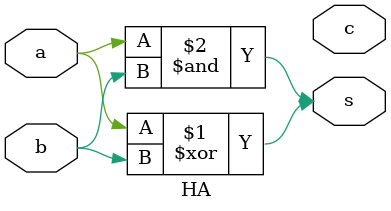
<source format=v>
module HA(s,c,a,b);
  input a, b;
  output s, c;
  
  assign s = a ^ b;    
  assign s = a & b;
  
endmodule

</source>
